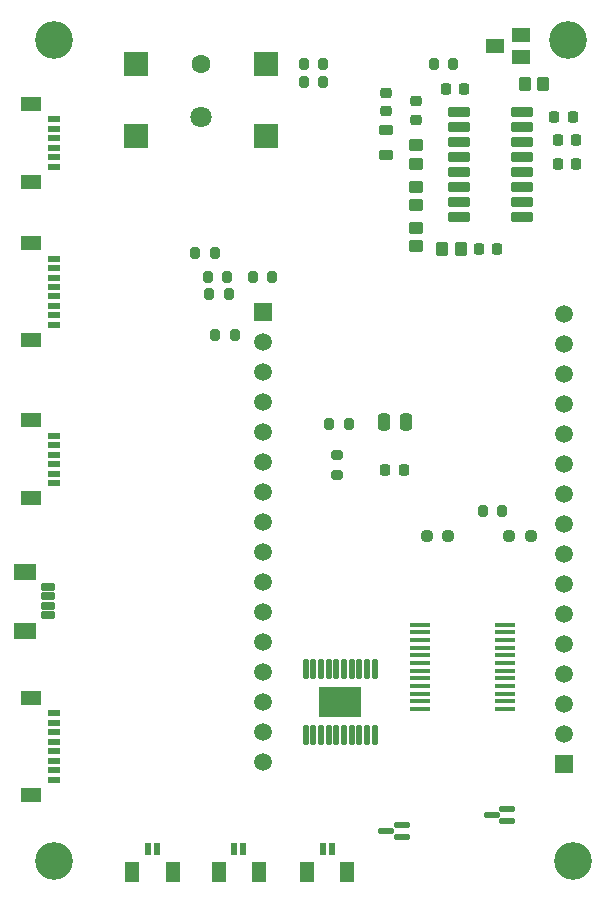
<source format=gbr>
%TF.GenerationSoftware,KiCad,Pcbnew,8.0.5*%
%TF.CreationDate,2024-11-08T20:04:07-05:00*%
%TF.ProjectId,Main,4d61696e-2e6b-4696-9361-645f70636258,rev?*%
%TF.SameCoordinates,Original*%
%TF.FileFunction,Soldermask,Top*%
%TF.FilePolarity,Negative*%
%FSLAX46Y46*%
G04 Gerber Fmt 4.6, Leading zero omitted, Abs format (unit mm)*
G04 Created by KiCad (PCBNEW 8.0.5) date 2024-11-08 20:04:07*
%MOMM*%
%LPD*%
G01*
G04 APERTURE LIST*
G04 Aperture macros list*
%AMRoundRect*
0 Rectangle with rounded corners*
0 $1 Rounding radius*
0 $2 $3 $4 $5 $6 $7 $8 $9 X,Y pos of 4 corners*
0 Add a 4 corners polygon primitive as box body*
4,1,4,$2,$3,$4,$5,$6,$7,$8,$9,$2,$3,0*
0 Add four circle primitives for the rounded corners*
1,1,$1+$1,$2,$3*
1,1,$1+$1,$4,$5*
1,1,$1+$1,$6,$7*
1,1,$1+$1,$8,$9*
0 Add four rect primitives between the rounded corners*
20,1,$1+$1,$2,$3,$4,$5,0*
20,1,$1+$1,$4,$5,$6,$7,0*
20,1,$1+$1,$6,$7,$8,$9,0*
20,1,$1+$1,$8,$9,$2,$3,0*%
G04 Aperture macros list end*
%ADD10RoundRect,0.200000X-0.200000X-0.275000X0.200000X-0.275000X0.200000X0.275000X-0.200000X0.275000X0*%
%ADD11RoundRect,0.063000X0.619000X0.189000X-0.619000X0.189000X-0.619000X-0.189000X0.619000X-0.189000X0*%
%ADD12RoundRect,0.218750X-0.381250X0.218750X-0.381250X-0.218750X0.381250X-0.218750X0.381250X0.218750X0*%
%ADD13R,1.750000X0.450000*%
%ADD14RoundRect,0.225000X0.225000X0.250000X-0.225000X0.250000X-0.225000X-0.250000X0.225000X-0.250000X0*%
%ADD15R,0.500000X1.000000*%
%ADD16R,1.200000X1.700000*%
%ADD17RoundRect,0.102000X0.700000X-0.500000X0.700000X0.500000X-0.700000X0.500000X-0.700000X-0.500000X0*%
%ADD18RoundRect,0.102000X0.465000X-0.435000X0.465000X0.435000X-0.465000X0.435000X-0.465000X-0.435000X0*%
%ADD19RoundRect,0.225000X-0.250000X0.225000X-0.250000X-0.225000X0.250000X-0.225000X0.250000X0.225000X0*%
%ADD20RoundRect,0.200000X0.200000X0.275000X-0.200000X0.275000X-0.200000X-0.275000X0.200000X-0.275000X0*%
%ADD21R,1.500000X1.500000*%
%ADD22C,1.500000*%
%ADD23R,1.000000X0.500000*%
%ADD24R,1.700000X1.200000*%
%ADD25RoundRect,0.200000X-0.275000X0.200000X-0.275000X-0.200000X0.275000X-0.200000X0.275000X0.200000X0*%
%ADD26RoundRect,0.076200X-0.500000X0.250000X-0.500000X-0.250000X0.500000X-0.250000X0.500000X0.250000X0*%
%ADD27RoundRect,0.076200X-0.850000X0.600000X-0.850000X-0.600000X0.850000X-0.600000X0.850000X0.600000X0*%
%ADD28C,3.200000*%
%ADD29C,1.600200*%
%ADD30C,1.803400*%
%ADD31R,2.006600X2.006600*%
%ADD32RoundRect,0.237500X-0.250000X-0.237500X0.250000X-0.237500X0.250000X0.237500X-0.250000X0.237500X0*%
%ADD33RoundRect,0.102000X0.125000X-0.775000X0.125000X0.775000X-0.125000X0.775000X-0.125000X-0.775000X0*%
%ADD34RoundRect,0.102000X1.690000X-1.200000X1.690000X1.200000X-1.690000X1.200000X-1.690000X-1.200000X0*%
%ADD35RoundRect,0.102000X-0.435000X-0.465000X0.435000X-0.465000X0.435000X0.465000X-0.435000X0.465000X0*%
%ADD36RoundRect,0.225000X-0.225000X-0.250000X0.225000X-0.250000X0.225000X0.250000X-0.225000X0.250000X0*%
%ADD37RoundRect,0.102000X0.435000X0.465000X-0.435000X0.465000X-0.435000X-0.465000X0.435000X-0.465000X0*%
%ADD38RoundRect,0.250000X-0.250000X-0.475000X0.250000X-0.475000X0.250000X0.475000X-0.250000X0.475000X0*%
%ADD39RoundRect,0.099250X-0.792750X-0.297750X0.792750X-0.297750X0.792750X0.297750X-0.792750X0.297750X0*%
%ADD40RoundRect,0.102000X0.465000X-0.395000X0.465000X0.395000X-0.465000X0.395000X-0.465000X-0.395000X0*%
G04 APERTURE END LIST*
D10*
%TO.C,R1*%
X155850000Y-90000000D03*
X157500000Y-90000000D03*
%TD*%
D11*
%TO.C,Q2*%
X170920534Y-123665534D03*
X170920534Y-122665534D03*
X169610534Y-123165534D03*
%TD*%
%TO.C,Q1*%
X162000000Y-125000000D03*
X162000000Y-124000000D03*
X160690000Y-124500000D03*
%TD*%
D12*
%TO.C,L1*%
X160705534Y-65148034D03*
X160705534Y-67273034D03*
%TD*%
D10*
%TO.C,R10*%
X144535534Y-75535534D03*
X146185534Y-75535534D03*
%TD*%
D13*
%TO.C,U1*%
X163565534Y-107025534D03*
X163565534Y-107675534D03*
X163565534Y-108325534D03*
X163565534Y-108975534D03*
X163565534Y-109625534D03*
X163565534Y-110275534D03*
X163565534Y-110925534D03*
X163565534Y-111575534D03*
X163565534Y-112225534D03*
X163565534Y-112875534D03*
X163565534Y-113525534D03*
X163565534Y-114175534D03*
X170765534Y-114175534D03*
X170765534Y-113525534D03*
X170765534Y-112875534D03*
X170765534Y-112225534D03*
X170765534Y-111575534D03*
X170765534Y-110925534D03*
X170765534Y-110275534D03*
X170765534Y-109625534D03*
X170765534Y-108975534D03*
X170765534Y-108325534D03*
X170765534Y-107675534D03*
X170765534Y-107025534D03*
%TD*%
D14*
%TO.C,C8*%
X170050000Y-75210534D03*
X168500000Y-75210534D03*
%TD*%
D15*
%TO.C,J5*%
X140500000Y-126000000D03*
X141300000Y-126000000D03*
D16*
X139200000Y-127950000D03*
X142600000Y-127950000D03*
%TD*%
D17*
%TO.C,Q3*%
X172135534Y-58985534D03*
X172135534Y-57085534D03*
X169935534Y-58035534D03*
%TD*%
D18*
%TO.C,R4*%
X163205534Y-71490534D03*
X163205534Y-69930534D03*
%TD*%
D19*
%TO.C,C5*%
X163205534Y-62715534D03*
X163205534Y-64265534D03*
%TD*%
D20*
%TO.C,R13*%
X147860534Y-82535534D03*
X146210534Y-82535534D03*
%TD*%
D21*
%TO.C,J8*%
X150265534Y-80535534D03*
D22*
X150265534Y-83075534D03*
X150265534Y-85615534D03*
X150265534Y-88155534D03*
X150265534Y-90695534D03*
X150265534Y-93235534D03*
X150265534Y-95775534D03*
X150265534Y-98315534D03*
X150265534Y-100855534D03*
X150265534Y-103395534D03*
X150265534Y-105935534D03*
X150265534Y-108475534D03*
X150265534Y-111015534D03*
X150265534Y-113555534D03*
X150265534Y-116095534D03*
X150265534Y-118635534D03*
%TD*%
D23*
%TO.C,J1*%
X132535534Y-91035534D03*
X132535534Y-91835534D03*
X132535534Y-92635534D03*
X132535534Y-93435534D03*
X132535534Y-94235534D03*
X132535534Y-95035534D03*
D24*
X130585534Y-89735534D03*
X130585534Y-96335534D03*
%TD*%
D25*
%TO.C,R2*%
X156500000Y-92675000D03*
X156500000Y-94325000D03*
%TD*%
D23*
%TO.C,J10*%
X132535534Y-64235534D03*
X132535534Y-65035534D03*
X132535534Y-65835534D03*
X132535534Y-66635534D03*
X132535534Y-67435534D03*
X132535534Y-68235534D03*
D24*
X130585534Y-62935534D03*
X130585534Y-69535534D03*
%TD*%
D26*
%TO.C,J11*%
X132085534Y-103835534D03*
X132085534Y-104635534D03*
X132085534Y-105435534D03*
X132085534Y-106235534D03*
D27*
X130135534Y-102535534D03*
X130135534Y-107535534D03*
%TD*%
D20*
%TO.C,R9*%
X147245534Y-77575534D03*
X145595534Y-77575534D03*
%TD*%
D10*
%TO.C,DNP3*%
X164710534Y-59535534D03*
X166360534Y-59535534D03*
%TD*%
D15*
%TO.C,J4*%
X155300000Y-126050000D03*
X156100000Y-126050000D03*
D16*
X154000000Y-128000000D03*
X157400000Y-128000000D03*
%TD*%
D19*
%TO.C,C3*%
X160705534Y-62000000D03*
X160705534Y-63550000D03*
%TD*%
D28*
%TO.C,H1*%
X132535534Y-57535534D03*
%TD*%
D29*
%TO.C,J7*%
X145035535Y-59535534D03*
D30*
X145035535Y-64035534D03*
D31*
X150535534Y-59535534D03*
X150535534Y-65685535D03*
X139535536Y-59535534D03*
X139535536Y-65685535D03*
%TD*%
D14*
%TO.C,C9*%
X176775000Y-68000000D03*
X175225000Y-68000000D03*
%TD*%
D32*
%TO.C,R15*%
X164123034Y-99535534D03*
X165948034Y-99535534D03*
%TD*%
D33*
%TO.C,U4*%
X153865534Y-116395534D03*
X154515534Y-116395534D03*
X155165534Y-116395534D03*
X155815534Y-116395534D03*
X156465534Y-116395534D03*
X157115534Y-116395534D03*
X157765534Y-116395534D03*
X158415534Y-116395534D03*
X159065534Y-116395534D03*
X159715534Y-116395534D03*
X159715534Y-110795534D03*
X159065534Y-110795534D03*
X158415534Y-110795534D03*
X157765534Y-110795534D03*
X157115534Y-110795534D03*
X156465534Y-110795534D03*
X155815534Y-110795534D03*
X155165534Y-110795534D03*
X154515534Y-110795534D03*
X153865534Y-110795534D03*
D34*
X156790534Y-113595534D03*
%TD*%
D28*
%TO.C,H4*%
X176535534Y-127035534D03*
%TD*%
D14*
%TO.C,C4*%
X167261534Y-61710534D03*
X165711534Y-61710534D03*
%TD*%
D23*
%TO.C,J2*%
X132535534Y-76035534D03*
X132535534Y-76835534D03*
X132535534Y-77635534D03*
X132535534Y-78435534D03*
X132535534Y-79235534D03*
X132535534Y-80035534D03*
X132535534Y-80835534D03*
X132535534Y-81635534D03*
D24*
X130585534Y-74735534D03*
X130585534Y-82935534D03*
%TD*%
D28*
%TO.C,H3*%
X132535534Y-127035534D03*
%TD*%
D35*
%TO.C,R6*%
X165425534Y-75210534D03*
X166985534Y-75210534D03*
%TD*%
D23*
%TO.C,J3*%
X132535534Y-114535534D03*
X132535534Y-115335534D03*
X132535534Y-116135534D03*
X132535534Y-116935534D03*
X132535534Y-117735534D03*
X132535534Y-118535534D03*
X132535534Y-119335534D03*
X132535534Y-120135534D03*
D24*
X130585534Y-113235534D03*
X130585534Y-121435534D03*
%TD*%
D18*
%TO.C,R5*%
X163205534Y-74990534D03*
X163205534Y-73430534D03*
%TD*%
D36*
%TO.C,C6*%
X175225000Y-66000000D03*
X176775000Y-66000000D03*
%TD*%
%TO.C,C7*%
X174930534Y-64000000D03*
X176480534Y-64000000D03*
%TD*%
D21*
%TO.C,J9*%
X175765534Y-118815534D03*
D22*
X175765534Y-116275534D03*
X175765534Y-113735534D03*
X175765534Y-111195534D03*
X175765534Y-108655534D03*
X175765534Y-106115534D03*
X175765534Y-103575534D03*
X175765534Y-101035534D03*
X175765534Y-98495534D03*
X175765534Y-95955534D03*
X175765534Y-93415534D03*
X175765534Y-90875534D03*
X175765534Y-88335534D03*
X175765534Y-85795534D03*
X175765534Y-83255534D03*
X175765534Y-80715534D03*
%TD*%
D37*
%TO.C,R7*%
X173985534Y-61210534D03*
X172425534Y-61210534D03*
%TD*%
D38*
%TO.C,C1*%
X160465534Y-89895534D03*
X162365534Y-89895534D03*
%TD*%
D20*
%TO.C,R11*%
X151035534Y-77575534D03*
X149385534Y-77575534D03*
%TD*%
D10*
%TO.C,R8*%
X168845534Y-97395534D03*
X170495534Y-97395534D03*
%TD*%
D39*
%TO.C,U3*%
X166865534Y-63590534D03*
X166865534Y-64860534D03*
X166865534Y-66130534D03*
X166865534Y-67400534D03*
X166865534Y-68670534D03*
X166865534Y-69940534D03*
X166865534Y-71210534D03*
X166865534Y-72480534D03*
X172205534Y-72480534D03*
X172205534Y-71210534D03*
X172205534Y-69940534D03*
X172205534Y-68670534D03*
X172205534Y-67400534D03*
X172205534Y-66130534D03*
X172205534Y-64860534D03*
X172205534Y-63590534D03*
%TD*%
D10*
%TO.C,DNP1*%
X153710534Y-59535534D03*
X155360534Y-59535534D03*
%TD*%
D20*
%TO.C,DNP2*%
X155360534Y-61035534D03*
X153710534Y-61035534D03*
%TD*%
D36*
%TO.C,C2*%
X160615534Y-93895534D03*
X162165534Y-93895534D03*
%TD*%
D16*
%TO.C,J6*%
X149900000Y-128000000D03*
X146500000Y-128000000D03*
D15*
X148600000Y-126050000D03*
X147800000Y-126050000D03*
%TD*%
D28*
%TO.C,H2*%
X176035534Y-57535534D03*
%TD*%
D32*
%TO.C,R14*%
X171123034Y-99535534D03*
X172948034Y-99535534D03*
%TD*%
D40*
%TO.C,R3*%
X163205534Y-68030534D03*
X163205534Y-66390534D03*
%TD*%
D20*
%TO.C,R12*%
X147360534Y-79035534D03*
X145710534Y-79035534D03*
%TD*%
M02*

</source>
